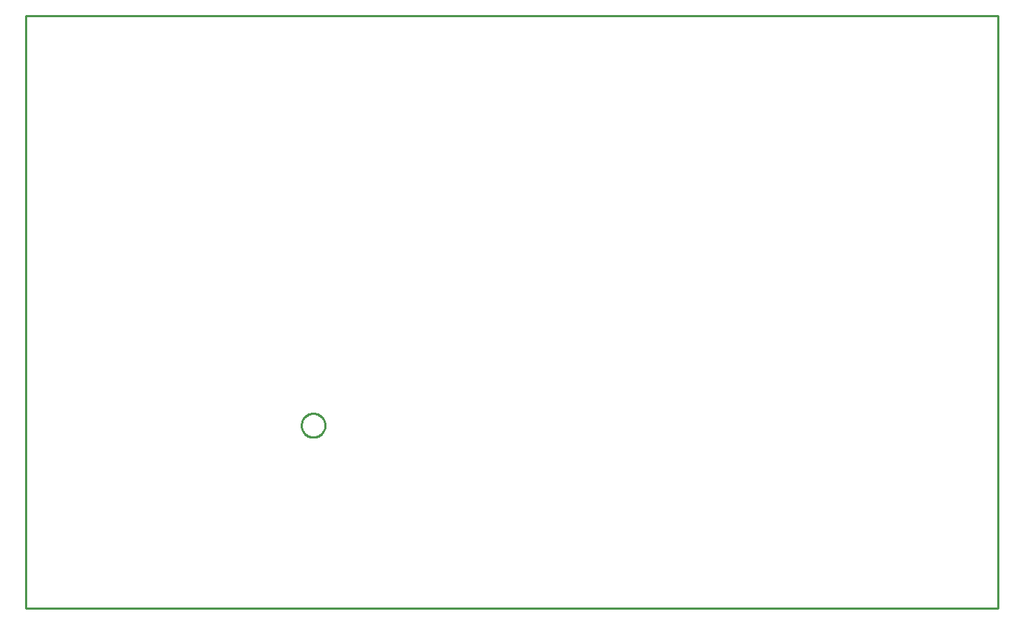
<source format=gbr>
G04 EAGLE Gerber RS-274X export*
G75*
%MOMM*%
%FSLAX34Y34*%
%LPD*%
%IN*%
%IPPOS*%
%AMOC8*
5,1,8,0,0,1.08239X$1,22.5*%
G01*
%ADD10C,0.254000*%


D10*
X0Y0D02*
X1150000Y0D01*
X1150000Y700000D01*
X0Y700000D01*
X0Y0D01*
X326360Y215400D02*
X326431Y214403D01*
X326574Y213413D01*
X326786Y212436D01*
X327068Y211476D01*
X327417Y210539D01*
X327833Y209629D01*
X328312Y208752D01*
X328853Y207910D01*
X329452Y207110D01*
X330107Y206354D01*
X330814Y205647D01*
X331570Y204992D01*
X332370Y204393D01*
X333212Y203852D01*
X334089Y203373D01*
X334999Y202957D01*
X335936Y202608D01*
X336896Y202326D01*
X337873Y202114D01*
X338863Y201971D01*
X339860Y201900D01*
X340860Y201900D01*
X341858Y201971D01*
X342847Y202114D01*
X343825Y202326D01*
X344784Y202608D01*
X345721Y202957D01*
X346631Y203373D01*
X347508Y203852D01*
X348350Y204393D01*
X349150Y204992D01*
X349906Y205647D01*
X350613Y206354D01*
X351268Y207110D01*
X351867Y207910D01*
X352408Y208752D01*
X352887Y209629D01*
X353303Y210539D01*
X353652Y211476D01*
X353934Y212436D01*
X354146Y213413D01*
X354289Y214403D01*
X354360Y215400D01*
X354360Y216400D01*
X354289Y217398D01*
X354146Y218387D01*
X353934Y219365D01*
X353652Y220324D01*
X353303Y221261D01*
X352887Y222171D01*
X352408Y223048D01*
X351867Y223890D01*
X351268Y224690D01*
X350613Y225446D01*
X349906Y226153D01*
X349150Y226808D01*
X348350Y227407D01*
X347508Y227948D01*
X346631Y228427D01*
X345721Y228843D01*
X344784Y229192D01*
X343825Y229474D01*
X342847Y229686D01*
X341858Y229829D01*
X340860Y229900D01*
X339860Y229900D01*
X338863Y229829D01*
X337873Y229686D01*
X336896Y229474D01*
X335936Y229192D01*
X334999Y228843D01*
X334089Y228427D01*
X333212Y227948D01*
X332370Y227407D01*
X331570Y226808D01*
X330814Y226153D01*
X330107Y225446D01*
X329452Y224690D01*
X328853Y223890D01*
X328312Y223048D01*
X327833Y222171D01*
X327417Y221261D01*
X327068Y220324D01*
X326786Y219365D01*
X326574Y218387D01*
X326431Y217398D01*
X326360Y216400D01*
X326360Y215400D01*
M02*

</source>
